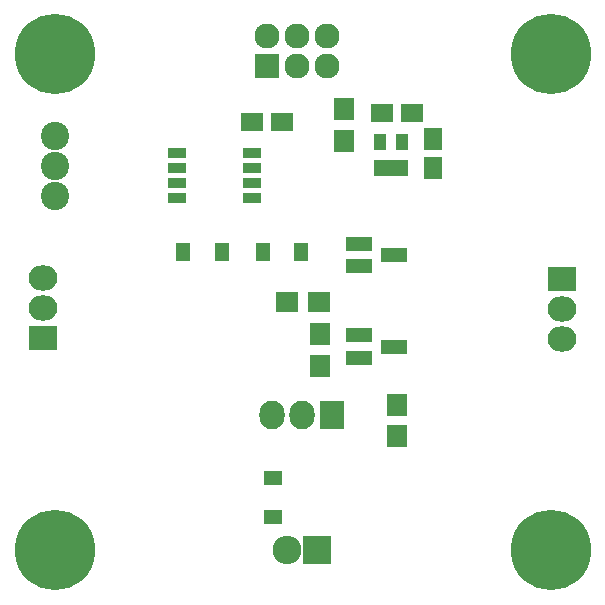
<source format=gbr>
G04 #@! TF.FileFunction,Soldermask,Top*
%FSLAX46Y46*%
G04 Gerber Fmt 4.6, Leading zero omitted, Abs format (unit mm)*
G04 Created by KiCad (PCBNEW 4.0.2-4+6225~38~ubuntu14.04.1-stable) date Thu 24 Mar 2016 13:26:21 GMT*
%MOMM*%
G01*
G04 APERTURE LIST*
%ADD10C,0.100000*%
%ADD11R,2.200860X1.200100*%
%ADD12R,1.543000X0.908000*%
%ADD13R,2.127200X2.432000*%
%ADD14O,2.127200X2.432000*%
%ADD15R,2.432000X2.127200*%
%ADD16O,2.432000X2.127200*%
%ADD17R,1.650000X1.900000*%
%ADD18R,1.900000X1.650000*%
%ADD19R,1.900000X1.700000*%
%ADD20R,1.700000X1.900000*%
%ADD21R,1.310000X1.620000*%
%ADD22C,2.398980*%
%ADD23R,2.127200X2.127200*%
%ADD24O,2.127200X2.127200*%
%ADD25R,2.432000X2.432000*%
%ADD26O,2.432000X2.432000*%
%ADD27C,6.800000*%
%ADD28R,1.620000X1.310000*%
%ADD29R,1.050000X1.460000*%
G04 APERTURE END LIST*
D10*
D11*
X149748860Y-87800000D03*
X149748860Y-89700000D03*
X152751140Y-88750000D03*
X149748860Y-80050000D03*
X149748860Y-81950000D03*
X152751140Y-81000000D03*
D12*
X140675000Y-72345000D03*
X140675000Y-73615000D03*
X140675000Y-74885000D03*
X140675000Y-76155000D03*
X134325000Y-76155000D03*
X134325000Y-74885000D03*
X134325000Y-73615000D03*
X134325000Y-72345000D03*
D13*
X147500000Y-94500000D03*
D14*
X144960000Y-94500000D03*
X142420000Y-94500000D03*
D15*
X123000000Y-88000000D03*
D16*
X123000000Y-85460000D03*
X123000000Y-82920000D03*
D17*
X156000000Y-73650000D03*
X156000000Y-71150000D03*
D18*
X151750000Y-69000000D03*
X154250000Y-69000000D03*
X140750000Y-69750000D03*
X143250000Y-69750000D03*
D19*
X146350000Y-85000000D03*
X143650000Y-85000000D03*
D20*
X153000000Y-96350000D03*
X153000000Y-93650000D03*
X146500000Y-87650000D03*
X146500000Y-90350000D03*
X148500000Y-68650000D03*
X148500000Y-71350000D03*
D21*
X141615000Y-80750000D03*
X144885000Y-80750000D03*
X138135000Y-80750000D03*
X134865000Y-80750000D03*
D22*
X124000000Y-73460000D03*
X124000000Y-70920000D03*
X124000000Y-76000000D03*
D23*
X142000000Y-65000000D03*
D24*
X142000000Y-62460000D03*
X144540000Y-65000000D03*
X144540000Y-62460000D03*
X147080000Y-65000000D03*
X147080000Y-62460000D03*
D15*
X167000000Y-83000000D03*
D16*
X167000000Y-85540000D03*
X167000000Y-88080000D03*
D25*
X146250000Y-106000000D03*
D26*
X143710000Y-106000000D03*
D27*
X166000000Y-106000000D03*
X124000000Y-106000000D03*
X166000000Y-64000000D03*
X124000000Y-64000000D03*
D28*
X142500000Y-99865000D03*
X142500000Y-103135000D03*
D29*
X151550000Y-73600000D03*
X152500000Y-73600000D03*
X153450000Y-73600000D03*
X153450000Y-71400000D03*
X151550000Y-71400000D03*
M02*

</source>
